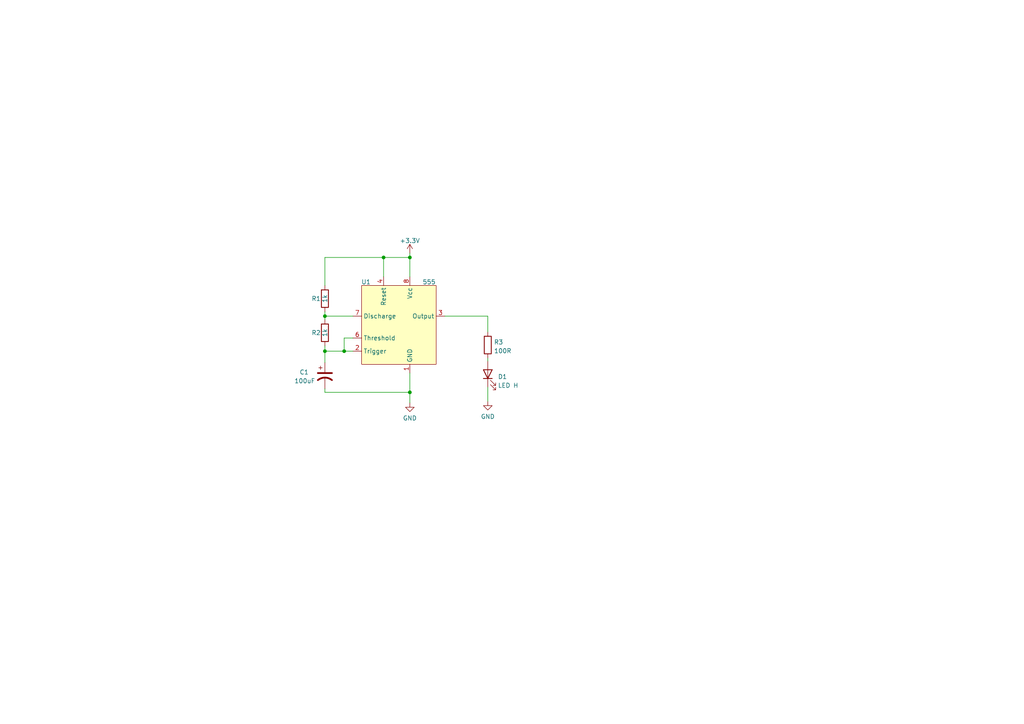
<source format=kicad_sch>
(kicad_sch (version 20211123) (generator eeschema)
  (paper "A4")
  (lib_symbols
    (symbol "555:555"
      (property "Reference" "U" (at -8.89 10.16 0))
      (property "Value" "555" (at 8.89 10.16 0))
      (symbol "555_0_1"
        (rectangle (start -10.16 8.89) (end 11.43 -13.97) (stroke (width 0.1524)) (fill (type background)))
      )
      (symbol "555_1_1"
        (pin input line (at 3.81 -16.51 90) (length 2.54) (name "GND") (number "1"))
        (pin input line (at -12.7 -10.16 0) (length 2.54) (name "Trigger") (number "2"))
        (pin input line (at 13.97 0 180) (length 2.54) (name "Output") (number "3"))
        (pin input line (at -3.81 11.43 270) (length 2.54) (name "Reset") (number "4"))
        (pin input line (at -12.7 -6.35 0) (length 2.54) (name "Threshold") (number "6"))
        (pin input line (at -12.7 0 0) (length 2.54) (name "Discharge") (number "7"))
        (pin input line (at 3.81 11.43 270) (length 2.54) (name "Vcc") (number "8"))
      )
    )
    (symbol "Device:C_Polarized_US" (pin_numbers hide) (pin_names (offset 0.254) hide)
      (property "Reference" "C" (at 0.635 2.54 0))
      (property "Value" "C_Polarized_US" (at 0.635 -2.54 0))
      (symbol "C_Polarized_US_0_1"
        (polyline (pts (xy -2.032 0.762) (xy 2.032 0.762)) (stroke (width 0.508)))
        (polyline (pts (xy -1.778 2.286) (xy -0.762 2.286)))
        (polyline (pts (xy -1.27 1.778) (xy -1.27 2.794)))
        (arc (start 2.032 -1.27) (mid 0 -0.5572) (end -2.032 -1.27) (stroke (width 0.508)))
      )
      (symbol "C_Polarized_US_1_1"
        (pin passive line (at 0 3.81 270) (length 2.794) (name "~") (number "1"))
        (pin passive line (at 0 -3.81 90) (length 3.302) (name "~") (number "2"))
      )
    )
    (symbol "Device:LED" (pin_numbers hide) (pin_names (offset 1.016) hide)
      (property "Reference" "D" (at 0 2.54 0))
      (property "Value" "LED" (at 0 -2.54 0))
      (symbol "LED_0_1"
        (polyline (pts (xy -1.27 -1.27) (xy -1.27 1.27)) (stroke (width 0.254)))
        (polyline (pts (xy -1.27 0) (xy 1.27 0)))
        (polyline (pts (xy 1.27 -1.27) (xy 1.27 1.27) (xy -1.27 0) (xy 1.27 -1.27)) (stroke (width 0.254)))
        (polyline (pts (xy -3.048 -0.762) (xy -4.572 -2.286) (xy -3.81 -2.286) (xy -4.572 -2.286) (xy -4.572 -1.524)))
        (polyline (pts (xy -1.778 -0.762) (xy -3.302 -2.286) (xy -2.54 -2.286) (xy -3.302 -2.286) (xy -3.302 -1.524)))
      )
      (symbol "LED_1_1"
        (pin passive line (at -3.81 0 0) (length 2.54) (name "K") (number "1"))
        (pin passive line (at 3.81 0 180) (length 2.54) (name "A") (number "2"))
      )
    )
    (symbol "Device:R" (pin_numbers hide) (pin_names (offset 0))
      (property "Reference" "R" (at 2.032 0 90))
      (property "Value" "R" (at 0 0 90))
      (symbol "R_0_1"
        (rectangle (start -1.016 -2.54) (end 1.016 2.54) (stroke (width 0.254)))
      )
      (symbol "R_1_1"
        (pin passive line (at 0 3.81 270) (length 1.27) (name "~") (number "1"))
        (pin passive line (at 0 -3.81 90) (length 1.27) (name "~") (number "2"))
      )
    )
    (symbol "power:+3.3V" (power) (pin_names (offset 0))
      (property "Value" "+3.3V" (at 0 3.556 0))
      (symbol "+3.3V_0_1"
        (polyline (pts (xy -0.762 1.27) (xy 0 2.54)))
        (polyline (pts (xy 0 0) (xy 0 2.54)))
        (polyline (pts (xy 0 2.54) (xy 0.762 1.27)))
      )
      (symbol "+3.3V_1_1"
        (pin power_in line (at 0 0 90) (length 0) hide (name "+3.3V") (number "1"))
      )
    )
    (symbol "power:GND" (power) (pin_names (offset 0))
      (property "Value" "GND" (at 0 -3.81 0))
      (symbol "GND_0_1"
        (polyline (pts (xy 0 0) (xy 0 -1.27) (xy 1.27 -1.27) (xy 0 -2.54) (xy -1.27 -1.27) (xy 0 -1.27)))
      )
      (symbol "GND_1_1"
        (pin power_in line (at 0 0 270) (length 0) hide (name "GND") (number "1"))
      )
    )
  )
  (junction (at 94.234 101.854))
  (junction (at 111.252 74.676))
  (junction (at 94.234 91.694))
  (junction (at 118.872 74.676))
  (junction (at 99.822 101.854))
  (junction (at 118.872 113.792))
  (wire (pts (xy 141.478 91.694) (xy 141.478 96.266)))
  (wire (pts (xy 94.234 101.854) (xy 94.234 100.33)))
  (wire (pts (xy 118.872 113.792) (xy 118.872 108.204)))
  (wire (pts (xy 141.478 103.886) (xy 141.478 104.6988)))
  (wire (pts (xy 94.234 112.776) (xy 94.234 113.792)))
  (wire (pts (xy 94.234 113.792) (xy 118.872 113.792)))
  (wire (pts (xy 118.872 113.792) (xy 118.872 116.84)))
  (wire (pts (xy 111.252 74.676) (xy 118.872 74.676)))
  (wire (pts (xy 94.234 91.694) (xy 102.362 91.694)))
  (wire (pts (xy 111.252 74.676) (xy 111.252 80.264)))
  (wire (pts (xy 94.234 90.424) (xy 94.234 91.694)))
  (wire (pts (xy 141.478 112.3188) (xy 141.478 116.3828)))
  (wire (pts (xy 94.234 91.694) (xy 94.234 92.71)))
  (wire (pts (xy 118.872 73.406) (xy 118.872 74.676)))
  (wire (pts (xy 102.362 98.044) (xy 99.822 98.044)))
  (wire (pts (xy 99.822 98.044) (xy 99.822 101.854)))
  (wire (pts (xy 94.234 101.854) (xy 94.234 105.156)))
  (wire (pts (xy 102.362 101.854) (xy 99.822 101.854)))
  (wire (pts (xy 99.822 101.854) (xy 94.234 101.854)))
  (wire (pts (xy 94.234 82.804) (xy 94.234 74.676)))
  (wire (pts (xy 94.234 74.676) (xy 111.252 74.676)))
  (wire (pts (xy 118.872 74.676) (xy 118.872 80.264)))
  (wire (pts (xy 129.032 91.694) (xy 141.478 91.694)))
  (symbol (lib_id "power:GND") (at 118.872 116.84 0) (unit 1)
    (property "Reference" "#PWR?" (effects hide))
    (property "Value" "GND" (at 118.872 121.2834 0))
  )
  (symbol (lib_id "Device:R") (at 94.234 86.614 180) (unit 1)
    (property "Reference" "R1" (at 91.694 86.614 0))
    (property "Value" "1k" (at 94.234 86.614 90))
  )
  (symbol (lib_id "Device:R") (at 94.234 96.52 180) (unit 1)
    (property "Reference" "R2" (at 91.694 96.52 0))
    (property "Value" "1k" (at 94.234 96.52 90))
  )
  (symbol (lib_id "Device:C_Polarized_US") (at 94.234 108.966 0) (unit 1)
    (property "Reference" "C1" (at 86.868 107.95 0) (effects (justify left)))
    (property "Value" "100uF" (at 85.344 110.49 0) (effects (justify left)))
  )
  (symbol (lib_id "power:+3.3V") (at 118.872 73.406 0) (unit 1)
    (property "Reference" "#PWR?" (effects hide))
    (property "Value" "+3.3V" (at 118.872 69.8302 0))
  )
  (symbol (lib_id "power:GND") (at 141.478 116.3828 0) (unit 1)
    (property "Reference" "#PWR?" (effects hide))
    (property "Value" "GND" (at 141.478 120.8262 0))
  )
  (symbol (lib_id "Device:LED") (at 141.478 108.5088 90) (unit 1)
    (property "Reference" "D1" (at 144.399 109.2616 90) (effects (justify right)))
    (property "Value" "LED H" (at 144.399 111.7985 90) (effects (justify right)))
  )
  (symbol (lib_id "555:555") (at 115.062 91.694 0) (unit 1)
    (property "Reference" "U1" (at 106.172 81.788 0))
    (property "Value" "555" (at 124.46 81.788 0))
  )
  (symbol (lib_id "Device:R") (at 141.478 100.076 0) (unit 1)
    (property "Reference" "R3" (at 143.256 99.2413 0) (effects (justify left)))
    (property "Value" "100R" (at 143.256 101.7782 0) (effects (justify left)))
  )
)
</source>
